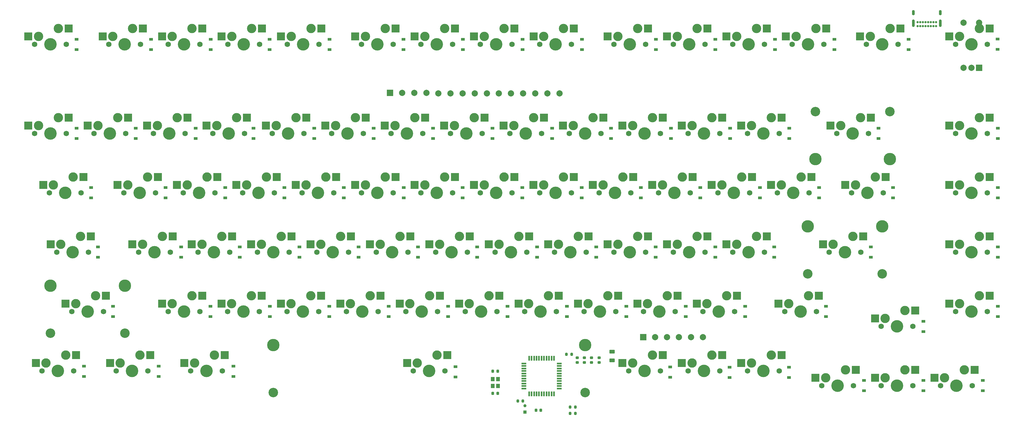
<source format=gbr>
%TF.GenerationSoftware,KiCad,Pcbnew,(6.0.0)*%
%TF.CreationDate,2022-01-14T20:24:59+07:00*%
%TF.ProjectId,fese75,66657365-3735-42e6-9b69-6361645f7063,rev?*%
%TF.SameCoordinates,Original*%
%TF.FileFunction,Soldermask,Bot*%
%TF.FilePolarity,Negative*%
%FSLAX46Y46*%
G04 Gerber Fmt 4.6, Leading zero omitted, Abs format (unit mm)*
G04 Created by KiCad (PCBNEW (6.0.0)) date 2022-01-14 20:24:59*
%MOMM*%
%LPD*%
G01*
G04 APERTURE LIST*
G04 Aperture macros list*
%AMRoundRect*
0 Rectangle with rounded corners*
0 $1 Rounding radius*
0 $2 $3 $4 $5 $6 $7 $8 $9 X,Y pos of 4 corners*
0 Add a 4 corners polygon primitive as box body*
4,1,4,$2,$3,$4,$5,$6,$7,$8,$9,$2,$3,0*
0 Add four circle primitives for the rounded corners*
1,1,$1+$1,$2,$3*
1,1,$1+$1,$4,$5*
1,1,$1+$1,$6,$7*
1,1,$1+$1,$8,$9*
0 Add four rect primitives between the rounded corners*
20,1,$1+$1,$2,$3,$4,$5,0*
20,1,$1+$1,$4,$5,$6,$7,0*
20,1,$1+$1,$6,$7,$8,$9,0*
20,1,$1+$1,$8,$9,$2,$3,0*%
G04 Aperture macros list end*
%ADD10C,4.000000*%
%ADD11C,1.750000*%
%ADD12C,3.000000*%
%ADD13R,2.550000X2.500000*%
%ADD14C,1.000000*%
%ADD15C,0.700000*%
%ADD16O,0.900000X2.400000*%
%ADD17O,0.900000X1.700000*%
%ADD18C,3.987800*%
%ADD19C,3.048000*%
%ADD20R,1.000000X1.000000*%
%ADD21R,1.200000X0.900000*%
%ADD22C,2.000000*%
%ADD23R,2.000000X2.000000*%
%ADD24RoundRect,0.200000X-0.200000X-0.275000X0.200000X-0.275000X0.200000X0.275000X-0.200000X0.275000X0*%
%ADD25RoundRect,0.200000X0.200000X0.275000X-0.200000X0.275000X-0.200000X-0.275000X0.200000X-0.275000X0*%
%ADD26RoundRect,0.225000X0.250000X-0.225000X0.250000X0.225000X-0.250000X0.225000X-0.250000X-0.225000X0*%
%ADD27RoundRect,0.225000X0.225000X0.250000X-0.225000X0.250000X-0.225000X-0.250000X0.225000X-0.250000X0*%
%ADD28RoundRect,0.250000X0.625000X-0.375000X0.625000X0.375000X-0.625000X0.375000X-0.625000X-0.375000X0*%
%ADD29RoundRect,0.225000X-0.225000X-0.250000X0.225000X-0.250000X0.225000X0.250000X-0.225000X0.250000X0*%
%ADD30R,1.200000X1.400000*%
%ADD31R,0.550000X1.500000*%
%ADD32R,1.500000X0.550000*%
G04 APERTURE END LIST*
D10*
%TO.C,R1*%
X128181250Y-107993750D03*
D11*
X133261250Y-107993750D03*
D12*
X130721250Y-102913750D03*
D11*
X123101250Y-107993750D03*
D12*
X124371250Y-105453750D03*
D13*
X121096250Y-105453750D03*
X134023250Y-102913750D03*
%TD*%
D12*
%TO.C,H1*%
X173583750Y-121963750D03*
X167233750Y-124503750D03*
D11*
X176123750Y-127043750D03*
D10*
X171043750Y-127043750D03*
D11*
X165963750Y-127043750D03*
D13*
X163958750Y-124503750D03*
X176885750Y-121963750D03*
%TD*%
D10*
%TO.C,/1*%
X256768750Y-146093750D03*
D11*
X251688750Y-146093750D03*
X261848750Y-146093750D03*
D12*
X259308750Y-141013750D03*
X252958750Y-143553750D03*
D13*
X249683750Y-143553750D03*
X262610750Y-141013750D03*
%TD*%
D11*
%TO.C,[1*%
X266611250Y-107993750D03*
X256451250Y-107993750D03*
D10*
X261531250Y-107993750D03*
D12*
X264071250Y-102913750D03*
X257721250Y-105453750D03*
D13*
X254446250Y-105453750D03*
X267373250Y-102913750D03*
%TD*%
D11*
%TO.C,MX8*%
X189776250Y-88943750D03*
D12*
X191046250Y-86403750D03*
D10*
X194856250Y-88943750D03*
D11*
X199936250Y-88943750D03*
D12*
X197396250Y-83863750D03*
D13*
X187771250Y-86403750D03*
X200698250Y-83863750D03*
%TD*%
D10*
%TO.C,UP1*%
X313918750Y-150856250D03*
D12*
X310108750Y-148316250D03*
D11*
X318998750Y-150856250D03*
X308838750Y-150856250D03*
D12*
X316458750Y-145776250D03*
D13*
X306833750Y-148316250D03*
X319760750Y-145776250D03*
%TD*%
D11*
%TO.C,F7*%
X190454106Y-60368750D03*
D12*
X187914106Y-55288750D03*
X181564106Y-57828750D03*
D10*
X185374106Y-60368750D03*
D11*
X180294106Y-60368750D03*
D13*
X178289106Y-57828750D03*
X191216106Y-55288750D03*
%TD*%
D10*
%TO.C,WIN1*%
X68650000Y-165143750D03*
D12*
X71190000Y-160063750D03*
D11*
X63570000Y-165143750D03*
X73730000Y-165143750D03*
D12*
X64840000Y-162603750D03*
D13*
X61565000Y-162603750D03*
X74492000Y-160063750D03*
%TD*%
D10*
%TO.C,MX6*%
X156756250Y-88943750D03*
D12*
X159296250Y-83863750D03*
D11*
X161836250Y-88943750D03*
D12*
X152946250Y-86403750D03*
D11*
X151676250Y-88943750D03*
D13*
X149671250Y-86403750D03*
X162598250Y-83863750D03*
%TD*%
D12*
%TO.C,TAB1*%
X43408750Y-105453750D03*
D11*
X52298750Y-107993750D03*
X42138750Y-107993750D03*
D10*
X47218750Y-107993750D03*
D12*
X49758750Y-102913750D03*
D13*
X40133750Y-105453750D03*
X53060750Y-102913750D03*
%TD*%
D12*
%TO.C,MX7*%
X171996250Y-86403750D03*
D10*
X175806250Y-88943750D03*
D11*
X180886250Y-88943750D03*
X170726250Y-88943750D03*
D12*
X178346250Y-83863750D03*
D13*
X168721250Y-86403750D03*
X181648250Y-83863750D03*
%TD*%
D12*
%TO.C,MX5*%
X140246250Y-83863750D03*
X133896250Y-86403750D03*
D10*
X137706250Y-88943750D03*
D11*
X142786250Y-88943750D03*
X132626250Y-88943750D03*
D13*
X130621250Y-86403750D03*
X143548250Y-83863750D03*
%TD*%
D12*
%TO.C,Q1*%
X67221250Y-105453750D03*
X73571250Y-102913750D03*
D11*
X76111250Y-107993750D03*
D10*
X71031250Y-107993750D03*
D11*
X65951250Y-107993750D03*
D13*
X63946250Y-105453750D03*
X76873250Y-102913750D03*
%TD*%
D10*
%TO.C,BACK1*%
X299631250Y-88943750D03*
D12*
X302171250Y-83863750D03*
D11*
X294551250Y-88943750D03*
X304711250Y-88943750D03*
D12*
X295821250Y-86403750D03*
D13*
X292546250Y-86403750D03*
X305473250Y-83863750D03*
%TD*%
D12*
%TO.C,E1*%
X111671250Y-102913750D03*
D10*
X109131250Y-107993750D03*
D12*
X105321250Y-105453750D03*
D11*
X114211250Y-107993750D03*
X104051250Y-107993750D03*
D13*
X102046250Y-105453750D03*
X114973250Y-102913750D03*
%TD*%
D12*
%TO.C,;1*%
X243433750Y-124503750D03*
D11*
X242163750Y-127043750D03*
X252323750Y-127043750D03*
D10*
X247243750Y-127043750D03*
D12*
X249783750Y-121963750D03*
D13*
X240158750Y-124503750D03*
X253085750Y-121963750D03*
%TD*%
D11*
%TO.C,\u002C1*%
X213588750Y-146093750D03*
X223748750Y-146093750D03*
D12*
X214858750Y-143553750D03*
X221208750Y-141013750D03*
D10*
X218668750Y-146093750D03*
D13*
X211583750Y-143553750D03*
X224510750Y-141013750D03*
%TD*%
D11*
%TO.C,P1*%
X247561250Y-107993750D03*
X237401250Y-107993750D03*
D10*
X242481250Y-107993750D03*
D12*
X238671250Y-105453750D03*
X245021250Y-102913750D03*
D13*
X235396250Y-105453750D03*
X248323250Y-102913750D03*
%TD*%
D11*
%TO.C,ALT2*%
X238036250Y-165143750D03*
D12*
X235496250Y-160063750D03*
D10*
X232956250Y-165143750D03*
D11*
X227876250Y-165143750D03*
D12*
X229146250Y-162603750D03*
D13*
X225871250Y-162603750D03*
X238798250Y-160063750D03*
%TD*%
D12*
%TO.C,X1*%
X106908750Y-141013750D03*
D10*
X104368750Y-146093750D03*
D11*
X99288750Y-146093750D03*
X109448750Y-146093750D03*
D12*
X100558750Y-143553750D03*
D13*
X97283750Y-143553750D03*
X110210750Y-141013750D03*
%TD*%
D11*
%TO.C,ENTER1*%
X302330000Y-127043750D03*
D12*
X293440000Y-124503750D03*
D10*
X297250000Y-127043750D03*
D11*
X292170000Y-127043750D03*
D12*
X299790000Y-121963750D03*
D13*
X290165000Y-124503750D03*
X303092000Y-121963750D03*
%TD*%
D14*
%TO.C,TP1*%
X194600000Y-176300000D03*
%TD*%
D12*
%TO.C,OPT3*%
X340271250Y-102926250D03*
X333921250Y-105466250D03*
D10*
X337731250Y-108006250D03*
D11*
X342811250Y-108006250D03*
X332651250Y-108006250D03*
D13*
X330646250Y-105466250D03*
X343573250Y-102926250D03*
%TD*%
D12*
%TO.C,F5*%
X149771250Y-55288750D03*
X143421250Y-57828750D03*
D10*
X147231250Y-60368750D03*
D11*
X142151250Y-60368750D03*
X152311250Y-60368750D03*
D13*
X140146250Y-57828750D03*
X153073250Y-55288750D03*
%TD*%
D12*
%TO.C,F9*%
X230745656Y-55288750D03*
D11*
X223125656Y-60368750D03*
D10*
X228205656Y-60368750D03*
D12*
X224395656Y-57828750D03*
D11*
X233285656Y-60368750D03*
D13*
X221120656Y-57828750D03*
X234047656Y-55288750D03*
%TD*%
D12*
%TO.C,OPT2*%
X340271250Y-83863750D03*
D11*
X342811250Y-88943750D03*
D12*
X333921250Y-86403750D03*
D10*
X337731250Y-88943750D03*
D11*
X332651250Y-88943750D03*
D13*
X330646250Y-86403750D03*
X343573250Y-83863750D03*
%TD*%
D11*
%TO.C,ALT1*%
X97542500Y-165143750D03*
X87382500Y-165143750D03*
D10*
X92462500Y-165143750D03*
D12*
X95002500Y-160063750D03*
X88652500Y-162603750D03*
D13*
X85377500Y-162603750D03*
X98304500Y-160063750D03*
%TD*%
D11*
%TO.C,`~1*%
X47536250Y-88943750D03*
X37376250Y-88943750D03*
D12*
X44996250Y-83863750D03*
X38646250Y-86403750D03*
D10*
X42456250Y-88943750D03*
D13*
X35371250Y-86403750D03*
X48298250Y-83863750D03*
%TD*%
D10*
%TO.C,J1*%
X190093750Y-127043750D03*
D12*
X192633750Y-121963750D03*
D11*
X185013750Y-127043750D03*
X195173750Y-127043750D03*
D12*
X186283750Y-124503750D03*
D13*
X183008750Y-124503750D03*
X195935750Y-121963750D03*
%TD*%
D11*
%TO.C,O1*%
X228511250Y-107993750D03*
D12*
X219621250Y-105453750D03*
D10*
X223431250Y-107993750D03*
D11*
X218351250Y-107993750D03*
D12*
X225971250Y-102913750D03*
D13*
X216346250Y-105453750D03*
X229273250Y-102913750D03*
%TD*%
D10*
%TO.C,F13*%
X132943750Y-127043750D03*
D11*
X127863750Y-127043750D03*
D12*
X129133750Y-124503750D03*
X135483750Y-121963750D03*
D11*
X138023750Y-127043750D03*
D13*
X125858750Y-124503750D03*
X138785750Y-121963750D03*
%TD*%
D11*
%TO.C,L1*%
X223113750Y-127043750D03*
D12*
X224383750Y-124503750D03*
D11*
X233273750Y-127043750D03*
D10*
X228193750Y-127043750D03*
D12*
X230733750Y-121963750D03*
D13*
X221108750Y-124503750D03*
X234035750Y-121963750D03*
%TD*%
D10*
%TO.C,B1*%
X161518750Y-146093750D03*
D12*
X164058750Y-141013750D03*
X157708750Y-143553750D03*
D11*
X166598750Y-146093750D03*
X156438750Y-146093750D03*
D13*
X154433750Y-143553750D03*
X167360750Y-141013750D03*
%TD*%
D15*
%TO.C,J2*%
X326443750Y-54537500D03*
X325593750Y-54537500D03*
X324743750Y-54537500D03*
X323893750Y-54537500D03*
X323043750Y-54537500D03*
X322193750Y-54537500D03*
X321343750Y-54537500D03*
X320493750Y-54537500D03*
X320493750Y-53187500D03*
X321343750Y-53187500D03*
X322193750Y-53187500D03*
X323043750Y-53187500D03*
X323893750Y-53187500D03*
X324743750Y-53187500D03*
X325593750Y-53187500D03*
X326443750Y-53187500D03*
D16*
X319143750Y-53557500D03*
X327793750Y-53557500D03*
D17*
X319143750Y-50177500D03*
X327793750Y-50177500D03*
%TD*%
D11*
%TO.C,MX9*%
X218986250Y-88943750D03*
D12*
X210096250Y-86403750D03*
D10*
X213906250Y-88943750D03*
D12*
X216446250Y-83863750D03*
D11*
X208826250Y-88943750D03*
D13*
X206821250Y-86403750D03*
X219748250Y-83863750D03*
%TD*%
D12*
%TO.C,SPACE1*%
X160090000Y-162603750D03*
D11*
X168980000Y-165143750D03*
X158820000Y-165143750D03*
D12*
X166440000Y-160063750D03*
D10*
X163900000Y-165143750D03*
D13*
X156815000Y-162603750D03*
X169742000Y-160063750D03*
%TD*%
D11*
%TO.C,F1*%
X61188750Y-60368750D03*
D12*
X62458750Y-57828750D03*
D10*
X66268750Y-60368750D03*
D12*
X68808750Y-55288750D03*
D11*
X71348750Y-60368750D03*
D13*
X59183750Y-57828750D03*
X72110750Y-55288750D03*
%TD*%
D11*
%TO.C,DEL1*%
X314236250Y-60368750D03*
D10*
X309156250Y-60368750D03*
D11*
X304076250Y-60368750D03*
D12*
X305346250Y-57828750D03*
X311696250Y-55288750D03*
D13*
X302071250Y-57828750D03*
X314998250Y-55288750D03*
%TD*%
D10*
%TO.C,D46*%
X113893750Y-127043750D03*
D12*
X110083750Y-124503750D03*
X116433750Y-121963750D03*
D11*
X108813750Y-127043750D03*
X118973750Y-127043750D03*
D13*
X106808750Y-124503750D03*
X119735750Y-121963750D03*
%TD*%
D18*
%TO.C,REF\u002A\u002A*%
X287693250Y-97198750D03*
D19*
X287693250Y-81958750D03*
D18*
X311569250Y-97198750D03*
D19*
X311569250Y-81958750D03*
%TD*%
D12*
%TO.C,U1*%
X181521250Y-105453750D03*
D11*
X190411250Y-107993750D03*
D12*
X187871250Y-102913750D03*
D10*
X185331250Y-107993750D03*
D11*
X180251250Y-107993750D03*
D13*
X178246250Y-105453750D03*
X191173250Y-102913750D03*
%TD*%
D12*
%TO.C,V1*%
X138658750Y-143553750D03*
X145008750Y-141013750D03*
D11*
X137388750Y-146093750D03*
X147548750Y-146093750D03*
D10*
X142468750Y-146093750D03*
D13*
X135383750Y-143553750D03*
X148310750Y-141013750D03*
%TD*%
D12*
%TO.C,G1*%
X148183750Y-124503750D03*
D11*
X157073750Y-127043750D03*
D10*
X151993750Y-127043750D03*
D11*
X146913750Y-127043750D03*
D12*
X154533750Y-121963750D03*
D13*
X144908750Y-124503750D03*
X157835750Y-121963750D03*
%TD*%
D12*
%TO.C,Z1*%
X81508750Y-143553750D03*
D11*
X90398750Y-146093750D03*
D10*
X85318750Y-146093750D03*
D12*
X87858750Y-141013750D03*
D11*
X80238750Y-146093750D03*
D13*
X78233750Y-143553750D03*
X91160750Y-141013750D03*
%TD*%
D11*
%TO.C,'1*%
X271373750Y-127043750D03*
D12*
X268833750Y-121963750D03*
D11*
X261213750Y-127043750D03*
D12*
X262483750Y-124503750D03*
D10*
X266293750Y-127043750D03*
D13*
X259208750Y-124503750D03*
X272135750Y-121963750D03*
%TD*%
D10*
%TO.C,CTL1*%
X271056250Y-165143750D03*
D11*
X265976250Y-165143750D03*
D12*
X267246250Y-162603750D03*
D11*
X276136250Y-165143750D03*
D12*
X273596250Y-160063750D03*
D13*
X263971250Y-162603750D03*
X276898250Y-160063750D03*
%TD*%
D11*
%TO.C,Y1*%
X161201250Y-107993750D03*
D12*
X162471250Y-105453750D03*
X168821250Y-102913750D03*
D10*
X166281250Y-107993750D03*
D11*
X171361250Y-107993750D03*
D13*
X159196250Y-105453750D03*
X172123250Y-102913750D03*
%TD*%
D11*
%TO.C,W1*%
X85001250Y-107993750D03*
D12*
X92621250Y-102913750D03*
X86271250Y-105453750D03*
D10*
X90081250Y-107993750D03*
D11*
X95161250Y-107993750D03*
D13*
X82996250Y-105453750D03*
X95923250Y-102913750D03*
%TD*%
D11*
%TO.C,F3*%
X99306309Y-60368750D03*
X109466309Y-60368750D03*
D10*
X104386309Y-60368750D03*
D12*
X100576309Y-57828750D03*
X106926309Y-55288750D03*
D13*
X97301309Y-57828750D03*
X110228309Y-55288750D03*
%TD*%
D10*
%TO.C,LEFT1*%
X294850000Y-169887500D03*
D11*
X289770000Y-169887500D03*
D12*
X297390000Y-164807500D03*
D11*
X299930000Y-169887500D03*
D12*
X291040000Y-167347500D03*
D13*
X287765000Y-167347500D03*
X300692000Y-164807500D03*
%TD*%
D12*
%TO.C,C1*%
X125958750Y-141013750D03*
D11*
X118338750Y-146093750D03*
D12*
X119608750Y-143553750D03*
D11*
X128498750Y-146093750D03*
D10*
X123418750Y-146093750D03*
D13*
X116333750Y-143553750D03*
X129260750Y-141013750D03*
%TD*%
D11*
%TO.C,F8*%
X199365534Y-60368750D03*
D12*
X206985534Y-55288750D03*
D11*
X209525534Y-60368750D03*
D10*
X204445534Y-60368750D03*
D12*
X200635534Y-57828750D03*
D13*
X197360534Y-57828750D03*
X210287534Y-55288750D03*
%TD*%
D11*
%TO.C,]1*%
X275501250Y-107993750D03*
D12*
X283121250Y-102913750D03*
D10*
X280581250Y-107993750D03*
D12*
X276771250Y-105453750D03*
D11*
X285661250Y-107993750D03*
D13*
X273496250Y-105453750D03*
X286423250Y-102913750D03*
%TD*%
D11*
%TO.C,K1*%
X214223750Y-127043750D03*
D12*
X205333750Y-124503750D03*
X211683750Y-121963750D03*
D10*
X209143750Y-127043750D03*
D11*
X204063750Y-127043750D03*
D13*
X202058750Y-124503750D03*
X214985750Y-121963750D03*
%TD*%
D12*
%TO.C,F4*%
X125993868Y-55288750D03*
D10*
X123453868Y-60368750D03*
D11*
X118373868Y-60368750D03*
D12*
X119643868Y-57828750D03*
D11*
X128533868Y-60368750D03*
D13*
X116368868Y-57828750D03*
X129295868Y-55288750D03*
%TD*%
D10*
%TO.C,DOWN1*%
X313918750Y-169906250D03*
D11*
X318998750Y-169906250D03*
X308838750Y-169906250D03*
D12*
X310108750Y-167366250D03*
X316458750Y-164826250D03*
D13*
X306833750Y-167366250D03*
X319760750Y-164826250D03*
%TD*%
D10*
%TO.C,OPT5*%
X337731250Y-146131250D03*
D11*
X332651250Y-146131250D03*
D12*
X340271250Y-141051250D03*
D11*
X342811250Y-146131250D03*
D12*
X333921250Y-143591250D03*
D13*
X330646250Y-143591250D03*
X343573250Y-141051250D03*
%TD*%
D11*
%TO.C,FN1*%
X257086250Y-165143750D03*
X246926250Y-165143750D03*
D12*
X248196250Y-162603750D03*
D10*
X252006250Y-165143750D03*
D12*
X254546250Y-160063750D03*
D13*
X244921250Y-162603750D03*
X257848250Y-160063750D03*
%TD*%
D18*
%TO.C,REF\u002A\u002A*%
X66300500Y-137838750D03*
D19*
X66300500Y-153078750D03*
D18*
X42424500Y-137838750D03*
D19*
X42424500Y-153078750D03*
%TD*%
D11*
%TO.C,F12*%
X290399938Y-60368750D03*
X280239938Y-60368750D03*
D10*
X285319938Y-60368750D03*
D12*
X281509938Y-57828750D03*
X287859938Y-55288750D03*
D13*
X278234938Y-57828750D03*
X291161938Y-55288750D03*
%TD*%
D11*
%TO.C,R_SHIFT1*%
X288042500Y-146093750D03*
X277882500Y-146093750D03*
D12*
X285502500Y-141013750D03*
X279152500Y-143553750D03*
D10*
X282962500Y-146093750D03*
D13*
X275877500Y-143553750D03*
X288804500Y-141013750D03*
%TD*%
D19*
%TO.C,REF\u002A\u002A*%
X285312000Y-134028750D03*
X309188000Y-134028750D03*
D18*
X309188000Y-118788750D03*
X285312000Y-118788750D03*
%TD*%
D10*
%TO.C,esc1*%
X42456250Y-60368750D03*
D12*
X44996250Y-55288750D03*
D11*
X47536250Y-60368750D03*
D12*
X38646250Y-57828750D03*
D11*
X37376250Y-60368750D03*
D13*
X35371250Y-57828750D03*
X48298250Y-55288750D03*
%TD*%
D11*
%TO.C,\u005C1*%
X299313750Y-107993750D03*
X309473750Y-107993750D03*
D10*
X304393750Y-107993750D03*
D12*
X306933750Y-102913750D03*
X300583750Y-105453750D03*
D13*
X297308750Y-105453750D03*
X310235750Y-102913750D03*
%TD*%
D11*
%TO.C,OPT4*%
X342811250Y-127068750D03*
X332651250Y-127068750D03*
D12*
X340271250Y-121988750D03*
X333921250Y-124528750D03*
D10*
X337731250Y-127068750D03*
D13*
X330646250Y-124528750D03*
X343573250Y-121988750D03*
%TD*%
D12*
%TO.C,F11*%
X262471844Y-57828750D03*
X268821844Y-55288750D03*
D10*
X266281844Y-60368750D03*
D11*
X271361844Y-60368750D03*
X261201844Y-60368750D03*
D13*
X259196844Y-57828750D03*
X272123844Y-55288750D03*
%TD*%
D11*
%TO.C,A1*%
X80873750Y-127043750D03*
D12*
X78333750Y-121963750D03*
X71983750Y-124503750D03*
D11*
X70713750Y-127043750D03*
D10*
X75793750Y-127043750D03*
D13*
X68708750Y-124503750D03*
X81635750Y-121963750D03*
%TD*%
D12*
%TO.C,MX3*%
X95796250Y-86403750D03*
D10*
X99606250Y-88943750D03*
D11*
X94526250Y-88943750D03*
D12*
X102146250Y-83863750D03*
D11*
X104686250Y-88943750D03*
D13*
X92521250Y-86403750D03*
X105448250Y-83863750D03*
%TD*%
D11*
%TO.C,MX4*%
X123736250Y-88943750D03*
D10*
X118656250Y-88943750D03*
D12*
X121196250Y-83863750D03*
D11*
X113576250Y-88943750D03*
D12*
X114846250Y-86403750D03*
D13*
X111571250Y-86403750D03*
X124498250Y-83863750D03*
%TD*%
D10*
%TO.C,MX2*%
X80556250Y-88943750D03*
D12*
X76746250Y-86403750D03*
D11*
X75476250Y-88943750D03*
D12*
X83096250Y-83863750D03*
D11*
X85636250Y-88943750D03*
D13*
X73471250Y-86403750D03*
X86398250Y-83863750D03*
%TD*%
D11*
%TO.C,I1*%
X209461250Y-107993750D03*
X199301250Y-107993750D03*
D12*
X206921250Y-102913750D03*
D10*
X204381250Y-107993750D03*
D12*
X200571250Y-105453750D03*
D13*
X197296250Y-105453750D03*
X210223250Y-102913750D03*
%TD*%
D11*
%TO.C,MX1*%
X56426250Y-88943750D03*
D10*
X61506250Y-88943750D03*
D11*
X66586250Y-88943750D03*
D12*
X57696250Y-86403750D03*
X64046250Y-83863750D03*
D13*
X54421250Y-86403750D03*
X67348250Y-83863750D03*
%TD*%
D12*
%TO.C,.1*%
X233908750Y-143553750D03*
D11*
X232638750Y-146093750D03*
D12*
X240258750Y-141013750D03*
D11*
X242798750Y-146093750D03*
D10*
X237718750Y-146093750D03*
D13*
X230633750Y-143553750D03*
X243560750Y-141013750D03*
%TD*%
D12*
%TO.C,F6*%
X162492678Y-57828750D03*
D11*
X161222678Y-60368750D03*
X171382678Y-60368750D03*
D10*
X166302678Y-60368750D03*
D12*
X168842678Y-55288750D03*
D13*
X159217678Y-57828750D03*
X172144678Y-55288750D03*
%TD*%
D10*
%TO.C,CAPS1*%
X49600000Y-127043750D03*
D12*
X52140000Y-121963750D03*
D11*
X44520000Y-127043750D03*
D12*
X45790000Y-124503750D03*
D11*
X54680000Y-127043750D03*
D13*
X42515000Y-124503750D03*
X55442000Y-121963750D03*
%TD*%
D12*
%TO.C,RIGHT1*%
X335508750Y-164826250D03*
X329158750Y-167366250D03*
D11*
X327888750Y-169906250D03*
D10*
X332968750Y-169906250D03*
D11*
X338048750Y-169906250D03*
D13*
X325883750Y-167366250D03*
X338810750Y-164826250D03*
%TD*%
D12*
%TO.C,L_SHIFT1*%
X50552500Y-143553750D03*
D11*
X49282500Y-146093750D03*
X59442500Y-146093750D03*
D10*
X54362500Y-146093750D03*
D12*
X56902500Y-141013750D03*
D13*
X47277500Y-143553750D03*
X60204500Y-141013750D03*
%TD*%
D10*
%TO.C,F10*%
X247243750Y-60368750D03*
D12*
X243433750Y-57828750D03*
D11*
X242163750Y-60368750D03*
D12*
X249783750Y-55288750D03*
D11*
X252323750Y-60368750D03*
D13*
X240158750Y-57828750D03*
X253085750Y-55288750D03*
%TD*%
D10*
%TO.C,M1*%
X199618750Y-146093750D03*
D12*
X195808750Y-143553750D03*
D11*
X194538750Y-146093750D03*
D12*
X202158750Y-141013750D03*
D11*
X204698750Y-146093750D03*
D13*
X192533750Y-143553750D03*
X205460750Y-141013750D03*
%TD*%
D11*
%TO.C,+1*%
X276136250Y-88943750D03*
X265976250Y-88943750D03*
D12*
X267246250Y-86403750D03*
X273596250Y-83863750D03*
D10*
X271056250Y-88943750D03*
D13*
X263971250Y-86403750D03*
X276898250Y-83863750D03*
%TD*%
D20*
%TO.C,TP2*%
X194600000Y-178400000D03*
%TD*%
D11*
%TO.C,F2*%
X80238750Y-60368750D03*
D12*
X81508750Y-57828750D03*
D10*
X85318750Y-60368750D03*
D12*
X87858750Y-55288750D03*
D11*
X90398750Y-60368750D03*
D13*
X78233750Y-57828750D03*
X91160750Y-55288750D03*
%TD*%
D10*
%TO.C,N1*%
X180568750Y-146093750D03*
D11*
X185648750Y-146093750D03*
D12*
X176758750Y-143553750D03*
D11*
X175488750Y-146093750D03*
D12*
X183108750Y-141013750D03*
D13*
X173483750Y-143553750D03*
X186410750Y-141013750D03*
%TD*%
D10*
%TO.C,MX10*%
X232956250Y-88943750D03*
D11*
X227876250Y-88943750D03*
D12*
X229146250Y-86403750D03*
X235496250Y-83863750D03*
D11*
X238036250Y-88943750D03*
D13*
X225871250Y-86403750D03*
X238798250Y-83863750D03*
%TD*%
D11*
%TO.C,-1*%
X246926250Y-88943750D03*
D12*
X248196250Y-86403750D03*
X254546250Y-83863750D03*
D10*
X252006250Y-88943750D03*
D11*
X257086250Y-88943750D03*
D13*
X244921250Y-86403750D03*
X257848250Y-83863750D03*
%TD*%
D10*
%TO.C,CLT1*%
X44837500Y-165143750D03*
D12*
X47377500Y-160063750D03*
D11*
X49917500Y-165143750D03*
D12*
X41027500Y-162603750D03*
D11*
X39757500Y-165143750D03*
D13*
X37752500Y-162603750D03*
X50679500Y-160063750D03*
%TD*%
D11*
%TO.C,S1*%
X99923750Y-127043750D03*
D12*
X91033750Y-124503750D03*
D11*
X89763750Y-127043750D03*
D10*
X94843750Y-127043750D03*
D12*
X97383750Y-121963750D03*
D13*
X87758750Y-124503750D03*
X100685750Y-121963750D03*
%TD*%
D10*
%TO.C,T1*%
X147231250Y-107993750D03*
D12*
X143421250Y-105453750D03*
D11*
X152311250Y-107993750D03*
X142151250Y-107993750D03*
D12*
X149771250Y-102913750D03*
D13*
X140146250Y-105453750D03*
X153073250Y-102913750D03*
%TD*%
D11*
%TO.C,OPT1*%
X332651250Y-60368750D03*
D12*
X333921250Y-57828750D03*
D11*
X342811250Y-60368750D03*
D12*
X340271250Y-55288750D03*
D10*
X337731250Y-60368750D03*
D13*
X330646250Y-57828750D03*
X343573250Y-55288750D03*
%TD*%
D19*
%TO.C,REF\u002A\u002A*%
X213900000Y-172128750D03*
D18*
X113900000Y-156888750D03*
X213900000Y-156888750D03*
D19*
X113900000Y-172128750D03*
%TD*%
D21*
%TO.C,D11*%
X255672322Y-61996250D03*
X255672322Y-58696250D03*
%TD*%
%TO.C,D9*%
X212881250Y-61996250D03*
X212881250Y-58696250D03*
%TD*%
%TO.C,D49*%
X103168750Y-128671250D03*
X103168750Y-125371250D03*
%TD*%
%TO.C,D78*%
X172300000Y-167093750D03*
X172300000Y-163793750D03*
%TD*%
%TO.C,D24*%
X203281250Y-90571250D03*
X203281250Y-87271250D03*
%TD*%
D22*
%TO.C,TP13*%
X190131250Y-76043750D03*
%TD*%
D21*
%TO.C,D19*%
X107556250Y-90571250D03*
X107556250Y-87271250D03*
%TD*%
%TO.C,D82*%
X303268750Y-171515000D03*
X303268750Y-168215000D03*
%TD*%
%TO.C,D61*%
X62487500Y-147721250D03*
X62487500Y-144421250D03*
%TD*%
%TO.C,D34*%
X117506250Y-109621250D03*
X117506250Y-106321250D03*
%TD*%
%TO.C,D43*%
X288956250Y-109621250D03*
X288956250Y-106321250D03*
%TD*%
D22*
%TO.C,TP4*%
X155224111Y-75943750D03*
%TD*%
D21*
%TO.C,D53*%
X179293750Y-128671250D03*
X179293750Y-125371250D03*
%TD*%
%TO.C,D57*%
X255668750Y-128671250D03*
X255668750Y-125371250D03*
%TD*%
%TO.C,D14*%
X317625000Y-62012500D03*
X317625000Y-58712500D03*
%TD*%
%TO.C,D3*%
X93803869Y-61996250D03*
X93803869Y-58696250D03*
%TD*%
%TO.C,D2*%
X74706250Y-62037500D03*
X74706250Y-58737500D03*
%TD*%
%TO.C,D52*%
X160318750Y-128671250D03*
X160318750Y-125371250D03*
%TD*%
%TO.C,D75*%
X53237500Y-166968750D03*
X53237500Y-163668750D03*
%TD*%
%TO.C,D54*%
X198468750Y-128671250D03*
X198468750Y-125371250D03*
%TD*%
%TO.C,D56*%
X236468750Y-128671250D03*
X236468750Y-125371250D03*
%TD*%
%TO.C,D79*%
X241181250Y-167193750D03*
X241181250Y-163893750D03*
%TD*%
%TO.C,D80*%
X260206250Y-167243750D03*
X260206250Y-163943750D03*
%TD*%
%TO.C,D35*%
X136556250Y-109621250D03*
X136556250Y-106321250D03*
%TD*%
%TO.C,D16*%
X50856250Y-90571250D03*
X50856250Y-87271250D03*
%TD*%
%TO.C,D48*%
X84318750Y-128671250D03*
X84318750Y-125371250D03*
%TD*%
D23*
%TO.C,TP3*%
X151345540Y-75943750D03*
%TD*%
D21*
%TO.C,D30*%
X346193750Y-90556250D03*
X346193750Y-87256250D03*
%TD*%
D22*
%TO.C,TP9*%
X174616966Y-76043750D03*
%TD*%
%TO.C,TP7*%
X166859824Y-76043750D03*
%TD*%
D21*
%TO.C,D83*%
X322368750Y-171481250D03*
X322368750Y-168181250D03*
%TD*%
%TO.C,D13*%
X293805656Y-61996250D03*
X293805656Y-58696250D03*
%TD*%
%TO.C,D41*%
X250856250Y-109621250D03*
X250856250Y-106321250D03*
%TD*%
D24*
%TO.C,R2*%
X192275000Y-174787500D03*
X193925000Y-174787500D03*
%TD*%
D21*
%TO.C,D21*%
X146106250Y-90571250D03*
X146106250Y-87271250D03*
%TD*%
%TO.C,D71*%
X265193750Y-147721250D03*
X265193750Y-144421250D03*
%TD*%
D25*
%TO.C,R4*%
X210750000Y-176787500D03*
X209100000Y-176787500D03*
%TD*%
D21*
%TO.C,D32*%
X79406250Y-109621250D03*
X79406250Y-106321250D03*
%TD*%
%TO.C,D40*%
X231756250Y-109621250D03*
X231756250Y-106321250D03*
%TD*%
%TO.C,D51*%
X141293750Y-128671250D03*
X141293750Y-125371250D03*
%TD*%
D22*
%TO.C,TP14*%
X194009821Y-76043750D03*
%TD*%
D21*
%TO.C,D47*%
X57725000Y-128671250D03*
X57725000Y-125371250D03*
%TD*%
D24*
%TO.C,R5*%
X207925000Y-159787500D03*
X209575000Y-159787500D03*
%TD*%
D21*
%TO.C,D27*%
X260406250Y-90571250D03*
X260406250Y-87271250D03*
%TD*%
%TO.C,D29*%
X307931250Y-90571250D03*
X307931250Y-87271250D03*
%TD*%
D26*
%TO.C,C6*%
X215958750Y-162462500D03*
X215958750Y-160912500D03*
%TD*%
D21*
%TO.C,D7*%
X174714582Y-61996250D03*
X174714582Y-58696250D03*
%TD*%
D27*
%TO.C,C3*%
X185850000Y-172368750D03*
X184300000Y-172368750D03*
%TD*%
D21*
%TO.C,D84*%
X341418750Y-171515000D03*
X341418750Y-168215000D03*
%TD*%
D28*
%TO.C,F14*%
X222500000Y-161800000D03*
X222500000Y-159000000D03*
%TD*%
D22*
%TO.C,TP5*%
X159102682Y-75943750D03*
%TD*%
D21*
%TO.C,D81*%
X279256250Y-167293750D03*
X279256250Y-163993750D03*
%TD*%
%TO.C,D1*%
X50816250Y-61996250D03*
X50816250Y-58696250D03*
%TD*%
%TO.C,D70*%
X246132630Y-147721250D03*
X246132630Y-144421250D03*
%TD*%
D26*
%TO.C,C5*%
X218368750Y-162462500D03*
X218368750Y-160912500D03*
%TD*%
D21*
%TO.C,D12*%
X274738988Y-61996250D03*
X274738988Y-58696250D03*
%TD*%
%TO.C,D45*%
X346193750Y-109618750D03*
X346193750Y-106318750D03*
%TD*%
%TO.C,D36*%
X155731250Y-109621250D03*
X155731250Y-106321250D03*
%TD*%
%TO.C,D68*%
X208035410Y-147721250D03*
X208035410Y-144421250D03*
%TD*%
D22*
%TO.C,TP11*%
X182374108Y-76043750D03*
%TD*%
%TO.C,TP10*%
X178495537Y-76043750D03*
%TD*%
D21*
%TO.C,D73*%
X322368750Y-152515000D03*
X322368750Y-149215000D03*
%TD*%
%TO.C,D6*%
X155631250Y-61996250D03*
X155631250Y-58696250D03*
%TD*%
%TO.C,D5*%
X131953869Y-61996250D03*
X131953869Y-58696250D03*
%TD*%
D23*
%TO.C,SW1*%
X340250000Y-67887500D03*
D22*
X335250000Y-67887500D03*
X337750000Y-67887500D03*
X335250000Y-53387500D03*
X340250000Y-53387500D03*
%TD*%
D21*
%TO.C,D15*%
X346131250Y-61943750D03*
X346131250Y-58643750D03*
%TD*%
%TO.C,D60*%
X346193750Y-128681250D03*
X346193750Y-125381250D03*
%TD*%
%TO.C,D42*%
X269931250Y-109621250D03*
X269931250Y-106321250D03*
%TD*%
%TO.C,D65*%
X150877080Y-147721250D03*
X150877080Y-144421250D03*
%TD*%
%TO.C,D50*%
X122268750Y-128671250D03*
X122268750Y-125371250D03*
%TD*%
D24*
%TO.C,R3*%
X209100000Y-178787500D03*
X210750000Y-178787500D03*
%TD*%
D22*
%TO.C,TP15*%
X197888392Y-76043750D03*
%TD*%
%TO.C,TP20*%
X240171250Y-154343750D03*
%TD*%
D26*
%TO.C,C7*%
X213618750Y-162462500D03*
X213618750Y-160912500D03*
%TD*%
D22*
%TO.C,TP16*%
X201766963Y-76043750D03*
%TD*%
D27*
%TO.C,C2*%
X185850000Y-165225000D03*
X184300000Y-165225000D03*
%TD*%
D21*
%TO.C,D72*%
X291112500Y-147721250D03*
X291112500Y-144421250D03*
%TD*%
%TO.C,D31*%
X55518750Y-109621250D03*
X55518750Y-106321250D03*
%TD*%
%TO.C,D4*%
X112753869Y-61996250D03*
X112753869Y-58696250D03*
%TD*%
%TO.C,D55*%
X217468750Y-128671250D03*
X217468750Y-125371250D03*
%TD*%
%TO.C,D26*%
X241406250Y-90571250D03*
X241406250Y-87271250D03*
%TD*%
%TO.C,D67*%
X188999300Y-147721250D03*
X188999300Y-144421250D03*
%TD*%
D29*
%TO.C,C4*%
X198150000Y-177787500D03*
X199700000Y-177787500D03*
%TD*%
D22*
%TO.C,TP23*%
X251631250Y-154343750D03*
%TD*%
D21*
%TO.C,D44*%
X312618750Y-109621250D03*
X312618750Y-106321250D03*
%TD*%
%TO.C,D38*%
X193731250Y-109621250D03*
X193731250Y-106321250D03*
%TD*%
%TO.C,D22*%
X165156250Y-90571250D03*
X165156250Y-87271250D03*
%TD*%
D22*
%TO.C,TP22*%
X247811250Y-154343750D03*
%TD*%
D21*
%TO.C,D62*%
X93743750Y-147743750D03*
X93743750Y-144443750D03*
%TD*%
%TO.C,D28*%
X279381250Y-90571250D03*
X279381250Y-87271250D03*
%TD*%
D22*
%TO.C,TP19*%
X236351250Y-154343750D03*
%TD*%
D21*
%TO.C,D58*%
X274518750Y-128671250D03*
X274518750Y-125371250D03*
%TD*%
%TO.C,D25*%
X222231250Y-90571250D03*
X222231250Y-87271250D03*
%TD*%
%TO.C,D77*%
X101112500Y-166968750D03*
X101112500Y-163668750D03*
%TD*%
%TO.C,D39*%
X212806250Y-109621250D03*
X212806250Y-106321250D03*
%TD*%
D22*
%TO.C,TP6*%
X162981253Y-75943750D03*
%TD*%
D30*
%TO.C,Y2*%
X184225000Y-169987500D03*
X184225000Y-167787500D03*
X185925000Y-167787500D03*
X185925000Y-169987500D03*
%TD*%
D21*
%TO.C,D64*%
X131840970Y-147721250D03*
X131840970Y-144421250D03*
%TD*%
%TO.C,D63*%
X112804860Y-147721250D03*
X112804860Y-144421250D03*
%TD*%
%TO.C,D23*%
X184206250Y-90571250D03*
X184206250Y-87271250D03*
%TD*%
%TO.C,D69*%
X227071520Y-147721250D03*
X227071520Y-144421250D03*
%TD*%
%TO.C,D76*%
X77125000Y-166968750D03*
X77125000Y-163668750D03*
%TD*%
D31*
%TO.C,U2*%
X203925000Y-172487500D03*
X203125000Y-172487500D03*
X202325000Y-172487500D03*
X201525000Y-172487500D03*
X200725000Y-172487500D03*
X199925000Y-172487500D03*
X199125000Y-172487500D03*
X198325000Y-172487500D03*
X197525000Y-172487500D03*
X196725000Y-172487500D03*
X195925000Y-172487500D03*
D32*
X194225000Y-170787500D03*
X194225000Y-169987500D03*
X194225000Y-169187500D03*
X194225000Y-168387500D03*
X194225000Y-167587500D03*
X194225000Y-166787500D03*
X194225000Y-165987500D03*
X194225000Y-165187500D03*
X194225000Y-164387500D03*
X194225000Y-163587500D03*
X194225000Y-162787500D03*
D31*
X195925000Y-161087500D03*
X196725000Y-161087500D03*
X197525000Y-161087500D03*
X198325000Y-161087500D03*
X199125000Y-161087500D03*
X199925000Y-161087500D03*
X200725000Y-161087500D03*
X201525000Y-161087500D03*
X202325000Y-161087500D03*
X203125000Y-161087500D03*
X203925000Y-161087500D03*
D32*
X205625000Y-162787500D03*
X205625000Y-163587500D03*
X205625000Y-164387500D03*
X205625000Y-165187500D03*
X205625000Y-165987500D03*
X205625000Y-166787500D03*
X205625000Y-167587500D03*
X205625000Y-168387500D03*
X205625000Y-169187500D03*
X205625000Y-169987500D03*
X205625000Y-170787500D03*
%TD*%
D21*
%TO.C,D20*%
X127056250Y-90571250D03*
X127056250Y-87271250D03*
%TD*%
%TO.C,D33*%
X98481250Y-109621250D03*
X98481250Y-106321250D03*
%TD*%
D22*
%TO.C,TP12*%
X186252679Y-76043750D03*
%TD*%
D21*
%TO.C,D59*%
X305500000Y-128671250D03*
X305500000Y-125371250D03*
%TD*%
D23*
%TO.C,TP18*%
X232531250Y-154343750D03*
%TD*%
D21*
%TO.C,D8*%
X193797914Y-61996250D03*
X193797914Y-58696250D03*
%TD*%
D26*
%TO.C,C8*%
X211368750Y-162462500D03*
X211368750Y-160912500D03*
%TD*%
D21*
%TO.C,D18*%
X89006250Y-90571250D03*
X89006250Y-87271250D03*
%TD*%
%TO.C,D66*%
X169938190Y-147721250D03*
X169938190Y-144421250D03*
%TD*%
%TO.C,D10*%
X236605656Y-61996250D03*
X236605656Y-58696250D03*
%TD*%
%TO.C,D17*%
X69806250Y-90571250D03*
X69806250Y-87271250D03*
%TD*%
D22*
%TO.C,TP21*%
X243991250Y-154343750D03*
%TD*%
D21*
%TO.C,D74*%
X346193750Y-147743750D03*
X346193750Y-144443750D03*
%TD*%
D22*
%TO.C,TP17*%
X205645540Y-76043750D03*
%TD*%
D21*
%TO.C,D37*%
X174606250Y-109621250D03*
X174606250Y-106321250D03*
%TD*%
D22*
%TO.C,TP8*%
X170738395Y-76043750D03*
%TD*%
M02*

</source>
